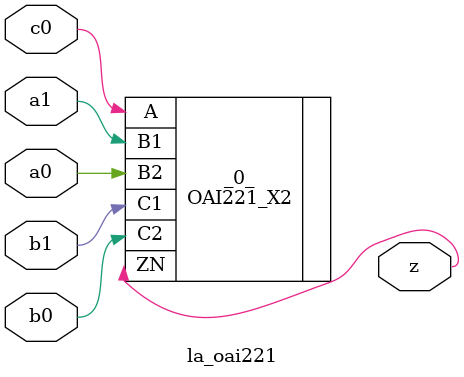
<source format=v>

/* Generated by Yosys 0.44 (git sha1 80ba43d26, g++ 11.4.0-1ubuntu1~22.04 -fPIC -O3) */

(* top =  1  *)
(* src = "generated" *)
(* keep_hierarchy *)
module la_oai221 (
    a0,
    a1,
    b0,
    b1,
    c0,
    z
);
  (* src = "generated" *)
  input a0;
  wire a0;
  (* src = "generated" *)
  input a1;
  wire a1;
  (* src = "generated" *)
  input b0;
  wire b0;
  (* src = "generated" *)
  input b1;
  wire b1;
  (* src = "generated" *)
  input c0;
  wire c0;
  (* src = "generated" *)
  output z;
  wire z;
  OAI221_X2 _0_ (
      .A (c0),
      .B1(a1),
      .B2(a0),
      .C1(b1),
      .C2(b0),
      .ZN(z)
  );
endmodule

</source>
